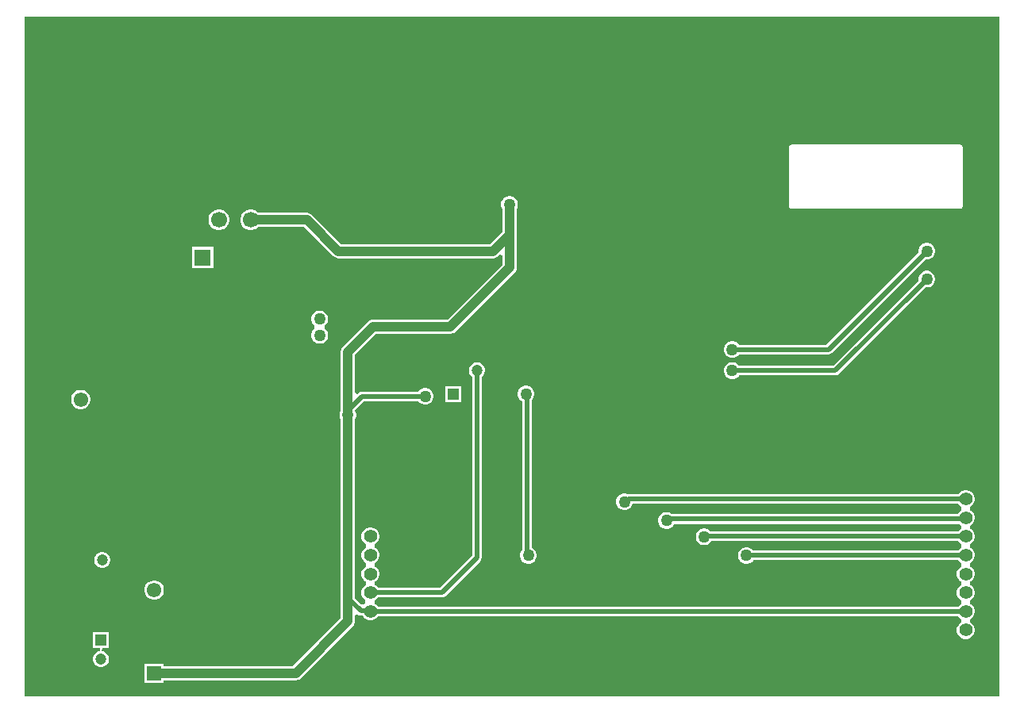
<source format=gbl>
G04*
G04 #@! TF.GenerationSoftware,Altium Limited,Altium Designer,25.1.2 (22)*
G04*
G04 Layer_Physical_Order=2*
G04 Layer_Color=16711680*
%FSLAX44Y44*%
%MOMM*%
G71*
G04*
G04 #@! TF.SameCoordinates,735CD127-3729-4D2A-A9AC-AB826B6A9FB7*
G04*
G04*
G04 #@! TF.FilePolarity,Positive*
G04*
G01*
G75*
%ADD46C,1.4000*%
%ADD47R,1.4000X1.4000*%
%ADD50C,3.7000*%
%ADD51R,1.5500X1.5500*%
%ADD52C,1.5500*%
%ADD53R,1.5500X1.5500*%
%ADD56C,1.2000*%
%ADD57R,1.2000X1.2000*%
%ADD59C,0.5000*%
%ADD60C,1.0000*%
%ADD65C,1.7000*%
%ADD66R,1.7000X1.7000*%
%ADD67C,1.2700*%
G36*
X1040000D02*
X0D01*
Y725000D01*
X1040000D01*
Y0D01*
D02*
G37*
%LPC*%
G36*
X998130Y588560D02*
X818130D01*
X817139Y588363D01*
X816299Y587802D01*
X815738Y586961D01*
X815540Y585970D01*
Y522970D01*
X815738Y521979D01*
X816299Y521139D01*
X817139Y520578D01*
X818130Y520381D01*
X998130D01*
X999121Y520578D01*
X999961Y521139D01*
X1000523Y521979D01*
X1000720Y522970D01*
Y585970D01*
X1000523Y586961D01*
X999961Y587802D01*
X999121Y588363D01*
X998130Y588560D01*
D02*
G37*
G36*
X208754Y519294D02*
X205847D01*
X203039Y518542D01*
X200521Y517088D01*
X198466Y515033D01*
X197012Y512515D01*
X196260Y509707D01*
Y506801D01*
X197012Y503993D01*
X198466Y501475D01*
X200521Y499420D01*
X203039Y497966D01*
X205847Y497214D01*
X208754D01*
X211561Y497966D01*
X214079Y499420D01*
X216134Y501475D01*
X217588Y503993D01*
X218340Y506801D01*
Y509707D01*
X217588Y512515D01*
X216134Y515033D01*
X214079Y517088D01*
X211561Y518542D01*
X208754Y519294D01*
D02*
G37*
G36*
X518670Y533890D02*
X516330D01*
X514069Y533284D01*
X512041Y532114D01*
X510386Y530459D01*
X509216Y528431D01*
X508610Y526170D01*
Y523830D01*
X509216Y521569D01*
X509895Y520392D01*
Y495650D01*
X496850Y482605D01*
X450000D01*
X449500Y482539D01*
X449000Y482605D01*
X338150D01*
X307124Y513632D01*
X305549Y514840D01*
X303714Y515600D01*
X301746Y515859D01*
X249308D01*
X248079Y517088D01*
X245561Y518542D01*
X242753Y519294D01*
X239847D01*
X237039Y518542D01*
X234521Y517088D01*
X232466Y515033D01*
X231012Y512515D01*
X230260Y509707D01*
Y506801D01*
X231012Y503993D01*
X232466Y501475D01*
X234521Y499420D01*
X237039Y497966D01*
X239847Y497214D01*
X242753D01*
X245561Y497966D01*
X248079Y499420D01*
X249308Y500649D01*
X298596D01*
X329622Y469622D01*
X331198Y468414D01*
X333032Y467654D01*
X335000Y467395D01*
X449000D01*
X449500Y467461D01*
X450000Y467395D01*
X500000D01*
X501968Y467654D01*
X503802Y468414D01*
X505378Y469622D01*
X505685Y470023D01*
X506085Y470330D01*
X507123Y471368D01*
X509895Y470220D01*
Y460650D01*
X451225Y401980D01*
X371875D01*
X369907Y401721D01*
X368832Y401276D01*
X368073Y400961D01*
X366497Y399753D01*
X339622Y372878D01*
X338414Y371302D01*
X337654Y369468D01*
X337395Y367500D01*
Y304608D01*
X336716Y303431D01*
X336110Y301170D01*
Y298830D01*
X336716Y296569D01*
X337395Y295392D01*
Y105000D01*
Y83150D01*
X286284Y32039D01*
X148720D01*
Y34724D01*
X128140D01*
Y14144D01*
X148720D01*
Y16829D01*
X289434D01*
X291402Y17088D01*
X293236Y17848D01*
X294811Y19056D01*
X350378Y74622D01*
X351586Y76198D01*
X352346Y78032D01*
X352605Y80000D01*
Y86208D01*
X354276Y86900D01*
X355605Y87190D01*
X357085Y86200D01*
X359052Y85809D01*
X360598D01*
X361346Y84513D01*
X363122Y82736D01*
X365298Y81480D01*
X367724Y80830D01*
X370236D01*
X372663Y81480D01*
X374838Y82736D01*
X376614Y84513D01*
X377029Y85231D01*
X995931D01*
X996346Y84513D01*
X998122Y82736D01*
X999351Y82027D01*
X999486Y81631D01*
Y79109D01*
X999351Y78713D01*
X998122Y78004D01*
X996346Y76228D01*
X995090Y74053D01*
X994440Y71626D01*
Y69114D01*
X995090Y66688D01*
X996346Y64513D01*
X998122Y62736D01*
X1000298Y61480D01*
X1002724Y60830D01*
X1005236D01*
X1007663Y61480D01*
X1009838Y62736D01*
X1011614Y64513D01*
X1012870Y66688D01*
X1013520Y69114D01*
Y71626D01*
X1012870Y74053D01*
X1011614Y76228D01*
X1009838Y78004D01*
X1008609Y78713D01*
X1008474Y79109D01*
Y81631D01*
X1008609Y82027D01*
X1009838Y82736D01*
X1011614Y84513D01*
X1012870Y86688D01*
X1013520Y89114D01*
Y91626D01*
X1012870Y94052D01*
X1011614Y96228D01*
X1009838Y98004D01*
X1008609Y98713D01*
X1008474Y99109D01*
Y101631D01*
X1008609Y102027D01*
X1009838Y102736D01*
X1011614Y104512D01*
X1012870Y106688D01*
X1013520Y109114D01*
Y111626D01*
X1012870Y114052D01*
X1011614Y116228D01*
X1009838Y118004D01*
X1008609Y118713D01*
X1008474Y119109D01*
Y121631D01*
X1008609Y122027D01*
X1009838Y122736D01*
X1011614Y124512D01*
X1012870Y126688D01*
X1013520Y129114D01*
Y131626D01*
X1012870Y134052D01*
X1011614Y136228D01*
X1009838Y138004D01*
X1008609Y138713D01*
X1008474Y139109D01*
Y141631D01*
X1008609Y142027D01*
X1009838Y142736D01*
X1011614Y144512D01*
X1012870Y146688D01*
X1013520Y149114D01*
Y151626D01*
X1012870Y154052D01*
X1011614Y156228D01*
X1009838Y158004D01*
X1008609Y158713D01*
X1008474Y159109D01*
Y161631D01*
X1008609Y162027D01*
X1009838Y162736D01*
X1011614Y164512D01*
X1012870Y166688D01*
X1013520Y169114D01*
Y171626D01*
X1012870Y174052D01*
X1011614Y176228D01*
X1009838Y178004D01*
X1008609Y178713D01*
X1008474Y179109D01*
Y181631D01*
X1008609Y182027D01*
X1009838Y182736D01*
X1011614Y184512D01*
X1012870Y186688D01*
X1013520Y189114D01*
Y191626D01*
X1012870Y194052D01*
X1011614Y196228D01*
X1009838Y198004D01*
X1008609Y198713D01*
X1008474Y199109D01*
Y201631D01*
X1008609Y202027D01*
X1009838Y202736D01*
X1011614Y204512D01*
X1012870Y206688D01*
X1013520Y209114D01*
Y211626D01*
X1012870Y214052D01*
X1011614Y216228D01*
X1009838Y218004D01*
X1007663Y219260D01*
X1005236Y219910D01*
X1002724D01*
X1000298Y219260D01*
X998122Y218004D01*
X996346Y216228D01*
X995931Y215509D01*
X644954D01*
X644176Y215354D01*
X643431Y215784D01*
X641170Y216390D01*
X638830D01*
X636569Y215784D01*
X634541Y214614D01*
X632886Y212959D01*
X631716Y210931D01*
X631110Y208670D01*
Y206330D01*
X631716Y204069D01*
X632886Y202041D01*
X634541Y200386D01*
X636569Y199216D01*
X638830Y198610D01*
X641170D01*
X643431Y199216D01*
X645459Y200386D01*
X647114Y202041D01*
X648284Y204069D01*
X648596Y205231D01*
X995931D01*
X996346Y204512D01*
X998122Y202736D01*
X999351Y202027D01*
X999486Y201631D01*
Y199109D01*
X999351Y198713D01*
X998122Y198004D01*
X996346Y196228D01*
X995103Y194074D01*
X690999D01*
X690459Y194614D01*
X688431Y195784D01*
X686170Y196390D01*
X683830D01*
X681569Y195784D01*
X679541Y194614D01*
X677886Y192959D01*
X676716Y190931D01*
X676110Y188670D01*
Y186330D01*
X676716Y184069D01*
X677886Y182041D01*
X679541Y180386D01*
X681569Y179216D01*
X683830Y178610D01*
X686170D01*
X688431Y179216D01*
X690459Y180386D01*
X692114Y182041D01*
X693127Y183796D01*
X997062D01*
X998122Y182736D01*
X999351Y182027D01*
X999486Y181631D01*
Y179109D01*
X999351Y178713D01*
X998122Y178004D01*
X996346Y176228D01*
X995931Y175509D01*
X732064D01*
X730459Y177114D01*
X728431Y178284D01*
X726170Y178890D01*
X723830D01*
X721569Y178284D01*
X719541Y177114D01*
X717886Y175459D01*
X716716Y173431D01*
X716110Y171170D01*
Y168830D01*
X716716Y166569D01*
X717886Y164541D01*
X719541Y162886D01*
X721569Y161716D01*
X723830Y161110D01*
X726170D01*
X728431Y161716D01*
X730459Y162886D01*
X732114Y164541D01*
X732512Y165231D01*
X995931D01*
X996346Y164512D01*
X998122Y162736D01*
X999351Y162027D01*
X999486Y161631D01*
Y159109D01*
X999351Y158713D01*
X998122Y158004D01*
X996346Y156228D01*
X995824Y155324D01*
X777192D01*
X777114Y155459D01*
X775459Y157114D01*
X773431Y158284D01*
X771170Y158890D01*
X768830D01*
X766569Y158284D01*
X764541Y157114D01*
X762886Y155459D01*
X761716Y153431D01*
X761110Y151170D01*
Y148830D01*
X761716Y146569D01*
X762886Y144541D01*
X764541Y142886D01*
X766569Y141716D01*
X768830Y141110D01*
X771170D01*
X773431Y141716D01*
X775459Y142886D01*
X777114Y144541D01*
X777405Y145046D01*
X996038D01*
X996346Y144512D01*
X998122Y142736D01*
X999351Y142027D01*
X999486Y141631D01*
Y139109D01*
X999351Y138713D01*
X998122Y138004D01*
X996346Y136228D01*
X995090Y134052D01*
X994440Y131626D01*
Y129114D01*
X995090Y126688D01*
X996346Y124512D01*
X998122Y122736D01*
X999351Y122027D01*
X999486Y121631D01*
Y119109D01*
X999351Y118713D01*
X998122Y118004D01*
X996346Y116228D01*
X995090Y114052D01*
X994440Y111626D01*
Y109114D01*
X995090Y106688D01*
X996346Y104512D01*
X998122Y102736D01*
X999351Y102027D01*
X999486Y101631D01*
Y99109D01*
X999351Y98713D01*
X998122Y98004D01*
X996346Y96228D01*
X995931Y95509D01*
X377029D01*
X376614Y96228D01*
X374838Y98004D01*
X373609Y98713D01*
X373474Y99109D01*
Y101631D01*
X373609Y102027D01*
X374838Y102736D01*
X376614Y104512D01*
X377029Y105231D01*
X445370D01*
X447337Y105623D01*
X449004Y106736D01*
X486234Y143966D01*
X487348Y145633D01*
X487739Y147600D01*
Y340986D01*
X487843Y341046D01*
X489433Y342636D01*
X490558Y344583D01*
X491140Y346755D01*
Y349004D01*
X490558Y351176D01*
X489433Y353123D01*
X487843Y354713D01*
X485896Y355838D01*
X483724Y356420D01*
X481475D01*
X479303Y355838D01*
X477356Y354713D01*
X475766Y353123D01*
X474642Y351176D01*
X474060Y349004D01*
Y346755D01*
X474642Y344583D01*
X475766Y342636D01*
X477356Y341046D01*
X477461Y340985D01*
Y149728D01*
X443242Y115509D01*
X377029D01*
X376614Y116228D01*
X374838Y118004D01*
X373609Y118713D01*
X373474Y119109D01*
Y121631D01*
X373609Y122027D01*
X374838Y122736D01*
X376614Y124512D01*
X377870Y126688D01*
X378520Y129114D01*
Y131626D01*
X377870Y134052D01*
X376614Y136228D01*
X374838Y138004D01*
X373609Y138713D01*
X373474Y139109D01*
Y141631D01*
X373609Y142027D01*
X374838Y142736D01*
X376614Y144512D01*
X377870Y146688D01*
X378520Y149114D01*
Y151626D01*
X377870Y154052D01*
X376614Y156228D01*
X374838Y158004D01*
X373609Y158713D01*
X373474Y159109D01*
Y161631D01*
X373609Y162027D01*
X374838Y162736D01*
X376614Y164512D01*
X377870Y166688D01*
X378520Y169114D01*
Y171626D01*
X377870Y174052D01*
X376614Y176228D01*
X374838Y178004D01*
X372663Y179260D01*
X370236Y179910D01*
X367724D01*
X365298Y179260D01*
X363122Y178004D01*
X361346Y176228D01*
X360090Y174052D01*
X359440Y171626D01*
Y169114D01*
X360090Y166688D01*
X361346Y164512D01*
X363122Y162736D01*
X364351Y162027D01*
X364487Y161631D01*
Y159109D01*
X364351Y158713D01*
X363122Y158004D01*
X361346Y156228D01*
X360090Y154052D01*
X359440Y151626D01*
Y149114D01*
X360090Y146688D01*
X361346Y144512D01*
X363122Y142736D01*
X364351Y142027D01*
X364487Y141631D01*
Y139109D01*
X364351Y138713D01*
X363122Y138004D01*
X361346Y136228D01*
X360090Y134052D01*
X359440Y131626D01*
Y129114D01*
X360090Y126688D01*
X361346Y124512D01*
X363122Y122736D01*
X364351Y122027D01*
X364487Y121631D01*
Y119109D01*
X364351Y118713D01*
X363122Y118004D01*
X361346Y116228D01*
X360090Y114052D01*
X359440Y111626D01*
Y109114D01*
X360090Y106688D01*
X361346Y104512D01*
X363019Y102839D01*
X363132Y102596D01*
X363345Y99364D01*
X361928Y98042D01*
X359135Y98132D01*
X352605Y104662D01*
Y105000D01*
Y295392D01*
X353284Y296569D01*
X353890Y298830D01*
Y301170D01*
X353284Y303431D01*
X352605Y304608D01*
Y305338D01*
X362128Y314861D01*
X420201D01*
X420386Y314541D01*
X422041Y312886D01*
X424069Y311716D01*
X426330Y311110D01*
X428670D01*
X430931Y311716D01*
X432959Y312886D01*
X434614Y314541D01*
X435784Y316569D01*
X436390Y318830D01*
Y321170D01*
X435784Y323431D01*
X434614Y325459D01*
X432959Y327114D01*
X430931Y328284D01*
X428670Y328890D01*
X426330D01*
X424069Y328284D01*
X422041Y327114D01*
X420386Y325459D01*
X420201Y325139D01*
X360000D01*
X358033Y324748D01*
X356366Y323634D01*
X355377Y322644D01*
X352605Y323792D01*
Y364350D01*
X375025Y386770D01*
X454375D01*
X456343Y387029D01*
X458177Y387789D01*
X459753Y388997D01*
X522878Y452122D01*
X524086Y453698D01*
X524846Y455532D01*
X525105Y457500D01*
Y492500D01*
Y520392D01*
X525784Y521569D01*
X526390Y523830D01*
Y526170D01*
X525784Y528431D01*
X524614Y530459D01*
X522959Y532114D01*
X520931Y533284D01*
X518670Y533890D01*
D02*
G37*
G36*
X963670Y483890D02*
X961330D01*
X959069Y483284D01*
X957041Y482114D01*
X955386Y480459D01*
X954216Y478431D01*
X953610Y476170D01*
Y473830D01*
X953706Y473473D01*
X855371Y375139D01*
X762298D01*
X762114Y375459D01*
X760459Y377114D01*
X758431Y378284D01*
X756170Y378890D01*
X753830D01*
X751569Y378284D01*
X749541Y377114D01*
X747886Y375459D01*
X746716Y373431D01*
X746110Y371170D01*
Y368830D01*
X746716Y366569D01*
X747886Y364541D01*
X749541Y362886D01*
X751569Y361716D01*
X753830Y361110D01*
X756170D01*
X758431Y361716D01*
X760459Y362886D01*
X762114Y364541D01*
X762298Y364861D01*
X857500D01*
X859466Y365252D01*
X861134Y366366D01*
X960973Y466206D01*
X961330Y466110D01*
X963670D01*
X965931Y466716D01*
X967959Y467886D01*
X969614Y469541D01*
X970784Y471569D01*
X971390Y473830D01*
Y476170D01*
X970784Y478431D01*
X969614Y480459D01*
X967959Y482114D01*
X965931Y483284D01*
X963670Y483890D01*
D02*
G37*
G36*
X201340Y479294D02*
X179260D01*
Y457214D01*
X201340D01*
Y479294D01*
D02*
G37*
G36*
X963670Y453890D02*
X961330D01*
X959069Y453284D01*
X957041Y452114D01*
X955386Y450459D01*
X954216Y448431D01*
X953610Y446170D01*
Y443830D01*
X953706Y443473D01*
X862871Y352639D01*
X762298D01*
X762114Y352959D01*
X760459Y354614D01*
X758431Y355784D01*
X756170Y356390D01*
X753830D01*
X751569Y355784D01*
X749541Y354614D01*
X747886Y352959D01*
X746716Y350931D01*
X746110Y348670D01*
Y346330D01*
X746716Y344069D01*
X747886Y342041D01*
X749541Y340386D01*
X751569Y339216D01*
X753830Y338610D01*
X756170D01*
X758431Y339216D01*
X760459Y340386D01*
X762114Y342041D01*
X762298Y342361D01*
X865000D01*
X866966Y342752D01*
X868634Y343866D01*
X960973Y436206D01*
X961330Y436110D01*
X963670D01*
X965931Y436716D01*
X967959Y437886D01*
X969614Y439541D01*
X970784Y441569D01*
X971390Y443830D01*
Y446170D01*
X970784Y448431D01*
X969614Y450459D01*
X967959Y452114D01*
X965931Y453284D01*
X963670Y453890D01*
D02*
G37*
G36*
X316170Y411390D02*
X313830D01*
X311569Y410784D01*
X309541Y409614D01*
X307886Y407959D01*
X306716Y405931D01*
X306110Y403670D01*
Y401330D01*
X306716Y399069D01*
X307886Y397041D01*
X309420Y395508D01*
X309541Y395343D01*
X309541Y392157D01*
X309420Y391992D01*
X307886Y390459D01*
X306716Y388431D01*
X306110Y386170D01*
Y383830D01*
X306716Y381569D01*
X307886Y379541D01*
X309541Y377886D01*
X311569Y376716D01*
X313830Y376110D01*
X316170D01*
X318431Y376716D01*
X320459Y377886D01*
X322114Y379541D01*
X323284Y381569D01*
X323890Y383830D01*
Y386170D01*
X323284Y388431D01*
X322114Y390459D01*
X320580Y391992D01*
X320459Y392157D01*
X320459Y395343D01*
X320580Y395508D01*
X322114Y397041D01*
X323284Y399069D01*
X323890Y401330D01*
Y403670D01*
X323284Y405931D01*
X322114Y407959D01*
X320459Y409614D01*
X318431Y410784D01*
X316170Y411390D01*
D02*
G37*
G36*
X465740Y331020D02*
X448660D01*
Y313940D01*
X465740D01*
Y331020D01*
D02*
G37*
G36*
X61445Y326774D02*
X58735D01*
X56118Y326073D01*
X53772Y324718D01*
X51856Y322802D01*
X50501Y320456D01*
X49800Y317839D01*
Y315129D01*
X50501Y312512D01*
X51856Y310166D01*
X53772Y308250D01*
X56118Y306895D01*
X58735Y306194D01*
X61445D01*
X64062Y306895D01*
X66408Y308250D01*
X68324Y310166D01*
X69679Y312512D01*
X70380Y315129D01*
Y317839D01*
X69679Y320456D01*
X68324Y322802D01*
X66408Y324718D01*
X64062Y326073D01*
X61445Y326774D01*
D02*
G37*
G36*
X536170Y331390D02*
X533830D01*
X531569Y330784D01*
X529541Y329614D01*
X527886Y327959D01*
X526716Y325931D01*
X526110Y323670D01*
Y321330D01*
X526716Y319069D01*
X527886Y317041D01*
X529541Y315386D01*
X531111Y314480D01*
Y156184D01*
X530386Y155459D01*
X529216Y153431D01*
X528610Y151170D01*
Y148830D01*
X529216Y146569D01*
X530386Y144541D01*
X532041Y142886D01*
X534069Y141716D01*
X536330Y141110D01*
X538670D01*
X540931Y141716D01*
X542959Y142886D01*
X544614Y144541D01*
X545784Y146569D01*
X546390Y148830D01*
Y151170D01*
X545784Y153431D01*
X544614Y155459D01*
X542959Y157114D01*
X541389Y158020D01*
Y316316D01*
X542114Y317041D01*
X543284Y319069D01*
X543890Y321330D01*
Y323670D01*
X543284Y325931D01*
X542114Y327959D01*
X540459Y329614D01*
X538431Y330784D01*
X536170Y331390D01*
D02*
G37*
G36*
X84044Y153734D02*
X81796D01*
X79623Y153152D01*
X77676Y152028D01*
X76086Y150438D01*
X74962Y148490D01*
X74380Y146318D01*
Y144070D01*
X74962Y141898D01*
X76086Y139950D01*
X77676Y138360D01*
X79623Y137236D01*
X81796Y136654D01*
X84044D01*
X86216Y137236D01*
X88163Y138360D01*
X89754Y139950D01*
X90878Y141898D01*
X91460Y144070D01*
Y146318D01*
X90878Y148490D01*
X89754Y150438D01*
X88163Y152028D01*
X86216Y153152D01*
X84044Y153734D01*
D02*
G37*
G36*
X139785Y123524D02*
X137075D01*
X134458Y122823D01*
X132112Y121468D01*
X130196Y119552D01*
X128841Y117206D01*
X128140Y114589D01*
Y111880D01*
X128841Y109262D01*
X130196Y106916D01*
X132112Y105000D01*
X134458Y103645D01*
X137075Y102944D01*
X139785D01*
X142402Y103645D01*
X144748Y105000D01*
X146664Y106916D01*
X148019Y109262D01*
X148720Y111880D01*
Y114589D01*
X148019Y117206D01*
X146664Y119552D01*
X144748Y121468D01*
X142402Y122823D01*
X139785Y123524D01*
D02*
G37*
G36*
X90190Y68070D02*
X73110D01*
Y50990D01*
X80332D01*
X80526Y48070D01*
X79904Y47903D01*
X78354Y47488D01*
X76406Y46364D01*
X74816Y44774D01*
X73692Y42826D01*
X73110Y40654D01*
Y38406D01*
X73692Y36234D01*
X74816Y34286D01*
X76406Y32696D01*
X78354Y31572D01*
X80526Y30990D01*
X82774D01*
X84946Y31572D01*
X86894Y32696D01*
X88483Y34286D01*
X89608Y36234D01*
X90190Y38406D01*
Y40654D01*
X89608Y42826D01*
X88483Y44774D01*
X86894Y46364D01*
X84946Y47488D01*
X83396Y47903D01*
X82774Y48070D01*
X82967Y50990D01*
X90190D01*
Y68070D01*
D02*
G37*
%LPD*%
D46*
X1003980Y70370D02*
D03*
Y90370D02*
D03*
Y110370D02*
D03*
Y130370D02*
D03*
Y150370D02*
D03*
Y170370D02*
D03*
Y190370D02*
D03*
Y210370D02*
D03*
Y230370D02*
D03*
X368980D02*
D03*
Y210370D02*
D03*
Y190370D02*
D03*
Y170370D02*
D03*
Y150370D02*
D03*
Y130370D02*
D03*
Y110370D02*
D03*
Y90370D02*
D03*
D47*
Y70370D02*
D03*
D50*
X97300Y561090D02*
D03*
X351300D02*
D03*
D51*
X138430Y24434D02*
D03*
D52*
Y113234D02*
D03*
X60090Y316484D02*
D03*
D53*
X110090D02*
D03*
D56*
X81650Y39530D02*
D03*
X82920Y145194D02*
D03*
X508000Y322480D02*
D03*
X482600Y347880D02*
D03*
D57*
X81650Y59530D02*
D03*
X82920Y165194D02*
D03*
X457200Y322480D02*
D03*
D59*
X345517Y305517D02*
X360000Y320000D01*
X725000Y170000D02*
X725370Y170370D01*
X1003980D01*
X770000Y150000D02*
X770185Y150185D01*
X1003795D01*
X1003980Y150370D01*
X1002545Y188935D02*
X1003980Y190370D01*
X685000Y187500D02*
X686435Y188935D01*
X1002545D01*
X642084Y207500D02*
X644954Y210370D01*
X640000Y207500D02*
X642084D01*
X644954Y210370D02*
X1003980D01*
X536250Y151250D02*
X537500Y150000D01*
X535000Y322500D02*
X536250Y321250D01*
Y151250D02*
Y321250D01*
X360000Y320000D02*
X427500D01*
X482600Y147600D02*
Y347879D01*
X482600Y347880D02*
X482600Y347879D01*
X445370Y110370D02*
X482600Y147600D01*
X368980Y110370D02*
X445370D01*
X368980Y90370D02*
X1003980D01*
X345000Y105000D02*
X359052Y90948D01*
X368402D01*
X368980Y90370D01*
X755000Y370000D02*
X857500D01*
X962500Y475000D01*
X865000Y347500D02*
X962500Y445000D01*
X755000Y347500D02*
X865000D01*
D60*
X371875Y394375D02*
X454375D01*
X517500Y457500D01*
Y492500D01*
X500707Y475707D02*
X517500Y492500D01*
X452500Y475000D02*
X500000D01*
X450000D02*
X452500D01*
X345000Y367500D02*
X371875Y394375D01*
X345000Y300000D02*
Y367500D01*
X335000Y475000D02*
X449000D01*
X301746Y508254D02*
X335000Y475000D01*
X517500Y492500D02*
Y525000D01*
X345000Y105000D02*
Y300000D01*
X289434Y24434D02*
X345000Y80000D01*
Y105000D01*
X138430Y24434D02*
X289434D01*
X241300Y508254D02*
X301746D01*
D65*
X258300Y468254D02*
D03*
X241300Y508254D02*
D03*
X224300Y468254D02*
D03*
X207300Y508254D02*
D03*
D66*
X190300Y468254D02*
D03*
D67*
X227500Y47500D02*
D03*
X180000D02*
D03*
X995000Y280000D02*
D03*
X665000Y480000D02*
D03*
X600000Y477500D02*
D03*
X297500Y555000D02*
D03*
X392500Y435000D02*
D03*
X332500Y440000D02*
D03*
X442500Y357500D02*
D03*
X397500Y360000D02*
D03*
X865000Y647500D02*
D03*
X952500Y615000D02*
D03*
X865000D02*
D03*
X782500Y587500D02*
D03*
X737500Y590000D02*
D03*
X592500Y575000D02*
D03*
X557500Y630000D02*
D03*
X82500Y617500D02*
D03*
X192500Y620000D02*
D03*
X427500Y575000D02*
D03*
X420000Y525000D02*
D03*
X412500Y672500D02*
D03*
X190000D02*
D03*
X295000D02*
D03*
X82500D02*
D03*
X102500Y465000D02*
D03*
X57500Y455000D02*
D03*
X162500Y380000D02*
D03*
X222500Y412500D02*
D03*
X182500Y265000D02*
D03*
X115000Y230000D02*
D03*
X157500Y170000D02*
D03*
X140000Y72500D02*
D03*
X585000Y420000D02*
D03*
X507500Y392500D02*
D03*
X510000Y177500D02*
D03*
X507500Y122500D02*
D03*
X457500Y275000D02*
D03*
X397500D02*
D03*
X427500Y232500D02*
D03*
X872500Y495000D02*
D03*
X922500D02*
D03*
X950000Y375000D02*
D03*
X690000Y377500D02*
D03*
X670000Y355000D02*
D03*
X960000Y245000D02*
D03*
X920000Y282500D02*
D03*
X875000Y242500D02*
D03*
X835000Y282500D02*
D03*
X757500Y240000D02*
D03*
X712500Y270000D02*
D03*
X585000Y260000D02*
D03*
X595000Y180000D02*
D03*
X675000Y132500D02*
D03*
X835000Y117500D02*
D03*
X927500Y37500D02*
D03*
X712500Y42500D02*
D03*
X417500Y40000D02*
D03*
X275000Y100000D02*
D03*
Y192500D02*
D03*
X725000Y170000D02*
D03*
X770000Y150000D02*
D03*
X685000Y187500D02*
D03*
X640000Y207500D02*
D03*
X537500Y150000D02*
D03*
X535000Y322500D02*
D03*
X427500Y320000D02*
D03*
X790000Y432500D02*
D03*
X732500Y485000D02*
D03*
X315000Y385000D02*
D03*
Y402500D02*
D03*
X517500Y525000D02*
D03*
X345000Y300000D02*
D03*
X755000Y370000D02*
D03*
Y347500D02*
D03*
X962500Y445000D02*
D03*
Y475000D02*
D03*
M02*

</source>
